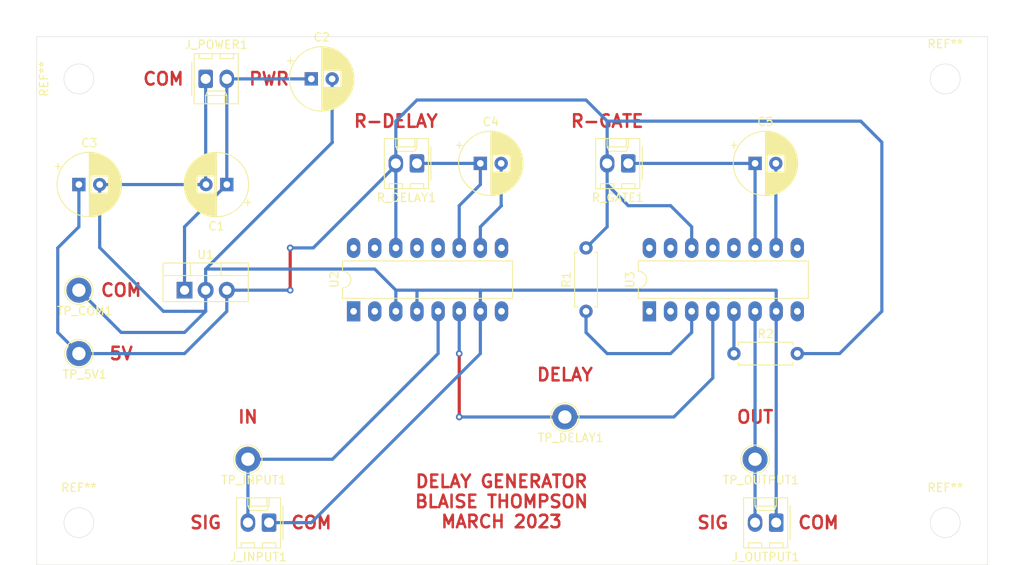
<source format=kicad_pcb>
(kicad_pcb (version 20221018) (generator pcbnew)
  (title_block (title "Delay Generator") (date "2022-03-21") (rev "A") (company "UW-Madison") (comment 1 "Department of Chemistry") (comment 2 "Instrument Shop") (comment 3 "Blaise Thompson") (comment 4 "blaise.thompson@wisc.edu"))
  (layers (0 "F.Cu" signal) (31 "B.Cu" signal) (34 "B.Paste" user) (35 "F.Paste" user) (36 "B.SilkS" user "B.Silkscreen") (37 "F.SilkS" user "F.Silkscreen") (38 "B.Mask" user) (39 "F.Mask" user) (44 "Edge.Cuts" user))
  (net 0 "")
  (net 1 "Net-(C1-Pad1)")
  (net 2 "GND")
  (net 3 "+5V")
  (net 4 "Net-(C4-Pad1)")
  (net 5 "Net-(C4-Pad2)")
  (net 6 "Net-(C5-Pad2)")
  (net 7 "Net-(C5-Pad1)")
  (net 8 "Net-(R1-Pad1)")
  (net 9 "Net-(R2-Pad1)")
  (net 10 "Net-(U2-Pad1)")
  (net 11 "Net-(U2-Pad9)")
  (net 12 "Net-(U3-Pad9)")
  (net 13 "Net-(U3-Pad1)")
  (net 14 "Net-(J_INPUT1-Pad2)")
  (net 15 "Net-(J_OUTPUT1-Pad2)")
  (net 16 "Net-(TP_DELAY1-Pad1)")
  (footprint "Capacitor_THT:CP_Radial_D7.5mm_P2.50mm" (layer "F.Cu") (at 86.36 58.42 180)
    (fp_text reference "C1" (at 1.25 -5 180) (layer "F.SilkS"))
    (fp_text value "100uF")
    (pad "1" thru_hole rect (at 0 0 180) (size 1.6 1.6) (drill 0.8) (layers "*.Cu" "*.Mask") (net 1 "Net-(C1-Pad1)"))
    (pad "2" thru_hole circle (at 2.5 0 180) (size 1.6 1.6) (drill 0.8) (layers "*.Cu" "*.Mask") (net 2 "GND"))
  )
  (footprint "Capacitor_THT:CP_Radial_D7.5mm_P2.50mm" (layer "F.Cu") (at 96.52 45.72)
    (fp_text reference "C2" (at 1.25 -5) (layer "F.SilkS"))
    (fp_text value "330nF")
    (pad "1" thru_hole rect (at 0 0) (size 1.6 1.6) (drill 0.8) (layers "*.Cu" "*.Mask") (net 1 "Net-(C1-Pad1)"))
    (pad "2" thru_hole circle (at 2.5 0) (size 1.6 1.6) (drill 0.8) (layers "*.Cu" "*.Mask") (net 2 "GND"))
  )
  (footprint "Capacitor_THT:CP_Radial_D7.5mm_P2.50mm" (layer "F.Cu") (at 68.58 58.42)
    (fp_text reference "C3" (at 1.25 -5) (layer "F.SilkS"))
    (fp_text value "100nF")
    (pad "1" thru_hole rect (at 0 0) (size 1.6 1.6) (drill 0.8) (layers "*.Cu" "*.Mask") (net 3 "+5V"))
    (pad "2" thru_hole circle (at 2.5 0) (size 1.6 1.6) (drill 0.8) (layers "*.Cu" "*.Mask") (net 2 "GND"))
  )
  (footprint "Capacitor_THT:CP_Radial_D7.5mm_P2.50mm" (layer "F.Cu") (at 116.84 55.88)
    (fp_text reference "C4" (at 1.25 -5) (layer "F.SilkS"))
    (fp_text value "1uF")
    (pad "1" thru_hole rect (at 0 0) (size 1.6 1.6) (drill 0.8) (layers "*.Cu" "*.Mask") (net 4 "Net-(C4-Pad1)"))
    (pad "2" thru_hole circle (at 2.5 0) (size 1.6 1.6) (drill 0.8) (layers "*.Cu" "*.Mask") (net 5 "Net-(C4-Pad2)"))
  )
  (footprint "Connector_Molex:Molex_KK-254_AE-6410-02A_1x02_P2.54mm_Vertical" (layer "F.Cu") (at 83.82 45.72)
    (fp_text reference "J_POWER1" (at 1.27 -4.12) (layer "F.SilkS"))
    (fp_text value "Conn_01x02")
    (pad "1" thru_hole roundrect (at 0 0) (size 1.74 2.2) (drill 1.2) (layers "*.Cu" "*.Mask") (roundrect_rratio 0.1436781609) (net 2 "GND"))
    (pad "2" thru_hole oval (at 2.54 0) (size 1.74 2.2) (drill 1.2) (layers "*.Cu" "*.Mask") (net 1 "Net-(C1-Pad1)"))
  )
  (footprint "Connector_Molex:Molex_KK-254_AE-6410-02A_1x02_P2.54mm_Vertical" (layer "F.Cu") (at 91.44 99.06 180)
    (fp_text reference "J_INPUT1" (at 1.27 -4.12 180) (layer "F.SilkS"))
    (fp_text value "Conn_01x02")
    (pad "1" thru_hole roundrect (at 0 0 180) (size 1.74 2.2) (drill 1.2) (layers "*.Cu" "*.Mask") (roundrect_rratio 0.1436781609) (net 2 "GND"))
    (pad "2" thru_hole oval (at 2.54 0 180) (size 1.74 2.2) (drill 1.2) (layers "*.Cu" "*.Mask") (net 14 "Net-(J_INPUT1-Pad2)"))
  )
  (footprint "Package_TO_SOT_THT:TO-220-3_Vertical" (layer "F.Cu") (at 81.28 71.12)
    (fp_text reference "U1" (at 2.54 -4.27) (layer "F.SilkS"))
    (fp_text value "L7805")
    (pad "1" thru_hole rect (at 0 0) (size 1.905 2) (drill 1.1) (layers "*.Cu" "*.Mask") (net 1 "Net-(C1-Pad1)"))
    (pad "2" thru_hole oval (at 2.54 0) (size 1.905 2) (drill 1.1) (layers "*.Cu" "*.Mask") (net 2 "GND"))
    (pad "3" thru_hole oval (at 5.08 0) (size 1.905 2) (drill 1.1) (layers "*.Cu" "*.Mask") (net 3 "+5V"))
  )
  (footprint "MountingHole:MountingHole_3.2mm_M3" (layer "F.Cu") (at 68.58 45.72 90)
    (fp_text reference "REF**" (at 0 -4.2 90) (layer "F.SilkS"))
    (fp_text value "MountingHole_3.2mm_M3")
    (pad "" np_thru_hole circle (at 0 0 90) (size 3.2 3.2) (drill 3.2) (layers "*.Cu" "*.Mask"))
  )
  (footprint "MountingHole:MountingHole_3.2mm_M3" (layer "F.Cu") (at 68.58 99.06)
    (fp_text reference "REF**" (at 0 -4.2) (layer "F.SilkS"))
    (fp_text value "MountingHole_3.2mm_M3")
    (pad "" np_thru_hole circle (at 0 0) (size 3.2 3.2) (drill 3.2) (layers "*.Cu" "*.Mask"))
  )
  (footprint "MountingHole:MountingHole_3.2mm_M3" (layer "F.Cu") (at 172.72 99.06)
    (fp_text reference "REF**" (at 0 -4.2) (layer "F.SilkS"))
    (fp_text value "MountingHole_3.2mm_M3")
    (pad "" np_thru_hole circle (at 0 0) (size 3.2 3.2) (drill 3.2) (layers "*.Cu" "*.Mask"))
  )
  (footprint "MountingHole:MountingHole_3.2mm_M3" (layer "F.Cu") (at 172.72 45.72)
    (fp_text reference "REF**" (at 0 -4.2) (layer "F.SilkS"))
    (fp_text value "MountingHole_3.2mm_M3")
    (pad "" np_thru_hole circle (at 0 0) (size 3.2 3.2) (drill 3.2) (layers "*.Cu" "*.Mask"))
  )
  (footprint "Connector_Molex:Molex_KK-254_AE-6410-02A_1x02_P2.54mm_Vertical" (layer "F.Cu") (at 152.4 99.06 180)
    (fp_text reference "J_OUTPUT1" (at 1.27 -4.12 180) (layer "F.SilkS"))
    (fp_text value "Conn_01x0")
    (pad "1" thru_hole roundrect (at 0 0 180) (size 1.74 2.2) (drill 1.2) (layers "*.Cu" "*.Mask") (roundrect_rratio 0.1436781609) (net 2 "GND"))
    (pad "2" thru_hole oval (at 2.54 0 180) (size 1.74 2.2) (drill 1.2) (layers "*.Cu" "*.Mask") (net 15 "Net-(J_OUTPUT1-Pad2)"))
  )
  (footprint "TestPoint:TestPoint_Loop_D2.60mm_Drill1.6mm_Beaded" (layer "F.Cu") (at 68.58 78.74)
    (fp_text reference "TP_5V1" (at 0.7 2.5) (layer "F.SilkS"))
    (fp_text value "TestPoint")
    (pad "1" thru_hole circle (at 0 0) (size 3 3) (drill 1.6) (layers "*.Cu" "*.Mask") (net 3 "+5V"))
  )
  (footprint "TestPoint:TestPoint_Loop_D2.60mm_Drill1.6mm_Beaded" (layer "F.Cu") (at 68.58 71.12)
    (fp_text reference "TP_COM1" (at 0.7 2.5) (layer "F.SilkS"))
    (fp_text value "TestPoint")
    (pad "1" thru_hole circle (at 0 0) (size 3 3) (drill 1.6) (layers "*.Cu" "*.Mask") (net 2 "GND"))
  )
  (footprint "TestPoint:TestPoint_Loop_D2.60mm_Drill1.6mm_Beaded" (layer "F.Cu") (at 127 86.36)
    (fp_text reference "TP_DELAY1" (at 0.7 2.5) (layer "F.SilkS"))
    (fp_text value "TestPoint")
    (pad "1" thru_hole circle (at 0 0) (size 3 3) (drill 1.6) (layers "*.Cu" "*.Mask") (net 16 "Net-(TP_DELAY1-Pad1)"))
  )
  (footprint "TestPoint:TestPoint_Loop_D2.60mm_Drill1.6mm_Beaded" (layer "F.Cu") (at 88.9 91.44)
    (fp_text reference "TP_INPUT1" (at 0.7 2.5) (layer "F.SilkS"))
    (fp_text value "TestPoint")
    (pad "1" thru_hole circle (at 0 0) (size 3 3) (drill 1.6) (layers "*.Cu" "*.Mask") (net 14 "Net-(J_INPUT1-Pad2)"))
  )
  (footprint "TestPoint:TestPoint_Loop_D2.60mm_Drill1.6mm_Beaded" (layer "F.Cu") (at 149.86 91.44)
    (fp_text reference "TP_OUTPUT1" (at 0.7 2.5) (layer "F.SilkS"))
    (fp_text value "TestPoint")
    (pad "1" thru_hole circle (at 0 0) (size 3 3) (drill 1.6) (layers "*.Cu" "*.Mask") (net 15 "Net-(J_OUTPUT1-Pad2)"))
  )
  (footprint "Package_DIP:DIP-16_W7.62mm_LongPads" (layer "F.Cu") (at 101.6 73.66 90)
    (fp_text reference "U2" (at 3.81 -2.33 90) (layer "F.SilkS"))
    (fp_text value "74LS121")
    (pad "1" thru_hole rect (at 0 0 90) (size 2.4 1.6) (drill 0.8) (layers "*.Cu" "*.Mask") (net 10 "Net-(U2-Pad1)"))
    (pad "2" thru_hole oval (at 0 2.54 90) (size 2.4 1.6) (drill 0.8) (layers "*.Cu" "*.Mask"))
    (pad "3" thru_hole oval (at 0 5.08 90) (size 2.4 1.6) (drill 0.8) (layers "*.Cu" "*.Mask") (net 2 "GND"))
    (pad "4" thru_hole oval (at 0 7.62 90) (size 2.4 1.6) (drill 0.8) (layers "*.Cu" "*.Mask") (net 2 "GND"))
    (pad "5" thru_hole oval (at 0 10.16 90) (size 2.4 1.6) (drill 0.8) (layers "*.Cu" "*.Mask") (net 14 "Net-(J_INPUT1-Pad2)"))
    (pad "6" thru_hole oval (at 0 12.7 90) (size 2.4 1.6) (drill 0.8) (layers "*.Cu" "*.Mask") (net 16 "Net-(TP_DELAY1-Pad1)"))
    (pad "7" thru_hole oval (at 0 15.24 90) (size 2.4 1.6) (drill 0.8) (layers "*.Cu" "*.Mask") (net 2 "GND"))
    (pad "8" thru_hole oval (at 0 17.78 90) (size 2.4 1.6) (drill 0.8) (layers "*.Cu" "*.Mask"))
    (pad "9" thru_hole oval (at 7.62 17.78 90) (size 2.4 1.6) (drill 0.8) (layers "*.Cu" "*.Mask") (net 11 "Net-(U2-Pad9)"))
    (pad "10" thru_hole oval (at 7.62 15.24 90) (size 2.4 1.6) (drill 0.8) (layers "*.Cu" "*.Mask") (net 5 "Net-(C4-Pad2)"))
    (pad "11" thru_hole oval (at 7.62 12.7 90) (size 2.4 1.6) (drill 0.8) (layers "*.Cu" "*.Mask") (net 4 "Net-(C4-Pad1)"))
    (pad "12" thru_hole oval (at 7.62 10.16 90) (size 2.4 1.6) (drill 0.8) (layers "*.Cu" "*.Mask"))
    (pad "13" thru_hole oval (at 7.62 7.62 90) (size 2.4 1.6) (drill 0.8) (layers "*.Cu" "*.Mask"))
    (pad "14" thru_hole oval (at 7.62 5.08 90) (size 2.4 1.6) (drill 0.8) (layers "*.Cu" "*.Mask") (net 3 "+5V"))
    (pad "15" thru_hole oval (at 7.62 2.54 90) (size 2.4 1.6) (drill 0.8) (layers "*.Cu" "*.Mask"))
    (pad "16" thru_hole oval (at 7.62 0 90) (size 2.4 1.6) (drill 0.8) (layers "*.Cu" "*.Mask"))
  )
  (footprint "Connector_Molex:Molex_KK-254_AE-6410-02A_1x02_P2.54mm_Vertical" (layer "F.Cu") (at 109.22 55.88 180)
    (fp_text reference "R_DELAY1" (at 1.27 -4.12 180) (layer "F.SilkS"))
    (fp_text value "10k")
    (pad "1" thru_hole roundrect (at 0 0 180) (size 1.74 2.2) (drill 1.2) (layers "*.Cu" "*.Mask") (roundrect_rratio 0.1436781609) (net 4 "Net-(C4-Pad1)"))
    (pad "2" thru_hole oval (at 2.54 0 180) (size 1.74 2.2) (drill 1.2) (layers "*.Cu" "*.Mask") (net 3 "+5V"))
  )
  (footprint "Connector_Molex:Molex_KK-254_AE-6410-02A_1x02_P2.54mm_Vertical" (layer "F.Cu") (at 134.62 55.88 180)
    (fp_text reference "R_GATE1" (at 1.27 -4.12 180) (layer "F.SilkS"))
    (fp_text value "10")
    (pad "1" thru_hole roundrect (at 0 0 180) (size 1.74 2.2) (drill 1.2) (layers "*.Cu" "*.Mask") (roundrect_rratio 0.1436781609) (net 7 "Net-(C5-Pad1)"))
    (pad "2" thru_hole oval (at 2.54 0 180) (size 1.74 2.2) (drill 1.2) (layers "*.Cu" "*.Mask") (net 3 "+5V"))
  )
  (footprint "Resistor_THT:R_Axial_DIN0207_L6.3mm_D2.5mm_P7.62mm_Horizontal" (layer "F.Cu") (at 129.54 73.66 90)
    (fp_text reference "R1" (at 3.81 -2.37 90) (layer "F.SilkS"))
    (fp_text value "1k")
    (pad "1" thru_hole circle (at 0 0 90) (size 1.6 1.6) (drill 0.8) (layers "*.Cu" "*.Mask") (net 8 "Net-(R1-Pad1)"))
    (pad "2" thru_hole oval (at 7.62 0 90) (size 1.6 1.6) (drill 0.8) (layers "*.Cu" "*.Mask") (net 3 "+5V"))
  )
  (footprint "Package_DIP:DIP-16_W7.62mm_LongPads" (layer "F.Cu") (at 137.16 73.66 90)
    (fp_text reference "U3" (at 3.81 -2.33 90) (layer "F.SilkS"))
    (fp_text value "74LS121")
    (pad "1" thru_hole rect (at 0 0 90) (size 2.4 1.6) (drill 0.8) (layers "*.Cu" "*.Mask") (net 13 "Net-(U3-Pad1)"))
    (pad "2" thru_hole oval (at 0 2.54 90) (size 2.4 1.6) (drill 0.8) (layers "*.Cu" "*.Mask"))
    (pad "3" thru_hole oval (at 0 5.08 90) (size 2.4 1.6) (drill 0.8) (layers "*.Cu" "*.Mask") (net 8 "Net-(R1-Pad1)"))
    (pad "4" thru_hole oval (at 0 7.62 90) (size 2.4 1.6) (drill 0.8) (layers "*.Cu" "*.Mask") (net 16 "Net-(TP_DELAY1-Pad1)"))
    (pad "5" thru_hole oval (at 0 10.16 90) (size 2.4 1.6) (drill 0.8) (layers "*.Cu" "*.Mask") (net 9 "Net-(R2-Pad1)"))
    (pad "6" thru_hole oval (at 0 12.7 90) (size 2.4 1.6) (drill 0.8) (layers "*.Cu" "*.Mask") (net 15 "Net-(J_OUTPUT1-Pad2)"))
    (pad "7" thru_hole oval (at 0 15.24 90) (size 2.4 1.6) (drill 0.8) (layers "*.Cu" "*.Mask") (net 2 "GND"))
    (pad "8" thru_hole oval (at 0 17.78 90) (size 2.4 1.6) (drill 0.8) (layers "*.Cu" "*.Mask"))
    (pad "9" thru_hole oval (at 7.62 17.78 90) (size 2.4 1.6) (drill 0.8) (layers "*.Cu" "*.Mask") (net 12 "Net-(U3-Pad9)"))
    (pad "10" thru_hole oval (at 7.62 15.24 90) (size 2.4 1.6) (drill 0.8) (layers "*.Cu" "*.Mask") (net 6 "Net-(C5-Pad2)"))
    (pad "11" thru_hole oval (at 7.62 12.7 90) (size 2.4 1.6) (drill 0.8) (layers "*.Cu" "*.Mask") (net 7 "Net-(C5-Pad1)"))
    (pad "12" thru_hole oval (at 7.62 10.16 90) (size 2.4 1.6) (drill 0.8) (layers "*.Cu" "*.Mask"))
    (pad "13" thru_hole oval (at 7.62 7.62 90) (size 2.4 1.6) (drill 0.8) (layers "*.Cu" "*.Mask"))
    (pad "14" thru_hole oval (at 7.62 5.08 90) (size 2.4 1.6) (drill 0.8) (layers "*.Cu" "*.Mask") (net 3 "+5V"))
    (pad "15" thru_hole oval (at 7.62 2.54 90) (size 2.4 1.6) (drill 0.8) (layers "*.Cu" "*.Mask"))
    (pad "16" thru_hole oval (at 7.62 0 90) (size 2.4 1.6) (drill 0.8) (layers "*.Cu" "*.Mask"))
  )
  (footprint "Resistor_THT:R_Axial_DIN0207_L6.3mm_D2.5mm_P7.62mm_Horizontal" (layer "F.Cu") (at 147.32 78.74)
    (fp_text reference "R2" (at 3.81 -2.37) (layer "F.SilkS"))
    (fp_text value "1k")
    (pad "1" thru_hole circle (at 0 0) (size 1.6 1.6) (drill 0.8) (layers "*.Cu" "*.Mask") (net 9 "Net-(R2-Pad1)"))
    (pad "2" thru_hole oval (at 7.62 0) (size 1.6 1.6) (drill 0.8) (layers "*.Cu" "*.Mask") (net 3 "+5V"))
  )
  (footprint "Capacitor_THT:CP_Radial_D7.5mm_P2.50mm" (layer "F.Cu") (at 149.86 55.88)
    (fp_text reference "C5" (at 1.25 -5) (layer "F.SilkS"))
    (fp_text value "100nF")
    (pad "1" thru_hole rect (at 0 0) (size 1.6 1.6) (drill 0.8) (layers "*.Cu" "*.Mask") (net 7 "Net-(C5-Pad1)"))
    (pad "2" thru_hole circle (at 2.5 0) (size 1.6 1.6) (drill 0.8) (layers "*.Cu" "*.Mask") (net 6 "Net-(C5-Pad2)"))
  )
  (gr_line (start 177.8 40.64) (end 63.5 40.64) (stroke (width 0.05)) (layer "Edge.Cuts"))
  (gr_circle (center 172.72 45.72) (end 173.99 46.99) (stroke (width 0.05)) (fill none) (layer "Edge.Cuts"))
  (gr_circle (center 68.58 45.72) (end 69.85 46.99) (stroke (width 0.05)) (fill none) (layer "Edge.Cuts"))
  (gr_line (start 63.5 104.14) (end 177.8 104.14) (stroke (width 0.05)) (layer "Edge.Cuts"))
  (gr_line (start 177.8 104.14) (end 177.8 40.64) (stroke (width 0.05)) (layer "Edge.Cuts"))
  (gr_line (start 63.5 40.64) (end 63.5 104.14) (stroke (width 0.05)) (layer "Edge.Cuts"))
  (gr_circle (center 68.58 99.06) (end 69.85 97.79) (stroke (width 0.05)) (fill none) (layer "Edge.Cuts"))
  (gr_circle (center 172.72 99.06) (end 173.99 97.79) (stroke (width 0.05)) (fill none) (layer "Edge.Cuts"))
  (gr_text "PWR" (at 91.44 45.72) (layer "F.Cu") (effects (font (size 1.5 1.5) (thickness 0.3))))
  (gr_text "R-GATE" (at 132.08 50.8) (layer "F.Cu") (effects (font (size 1.5 1.5) (thickness 0.3))))
  (gr_text "SIG" (at 144.78 99.06) (layer "F.Cu") (effects (font (size 1.5 1.5) (thickness 0.3))))
  (gr_text "R-DELAY" (at 106.68 50.8) (layer "F.Cu") (effects (font (size 1.5 1.5) (thickness 0.3))))
  (gr_text "COM" (at 157.48 99.06) (layer "F.Cu") (effects (font (size 1.5 1.5) (thickness 0.3))))
  (gr_text "DELAY" (at 127 81.28) (layer "F.Cu") (effects (font (size 1.5 1.5) (thickness 0.3))))
  (gr_text "COM" (at 78.74 45.72) (layer "F.Cu") (effects (font (size 1.5 1.5) (thickness 0.3))))
  (gr_text "5V" (at 73.66 78.74) (layer "F.Cu") (effects (font (size 1.5 1.5) (thickness 0.3))))
  (gr_text "SIG" (at 83.82 99.06) (layer "F.Cu") (effects (font (size 1.5 1.5) (thickness 0.3))))
  (gr_text "IN" (at 88.9 86.36) (layer "F.Cu") (effects (font (size 1.5 1.5) (thickness 0.3))))
  (gr_text "DELAY GENERATOR\nBLAISE THOMPSON\nMARCH 2023" (at 119.38 96.52) (layer "F.Cu") (effects (font (size 1.5 1.5) (thickness 0.3))))
  (gr_text "COM" (at 96.52 99.06) (layer "F.Cu") (effects (font (size 1.5 1.5) (thickness 0.3))))
  (gr_text "COM" (at 73.66 71.12) (layer "F.Cu") (effects (font (size 1.5 1.5) (thickness 0.3))))
  (gr_text "OUT" (at 149.86 86.36) (layer "F.Cu") (effects (font (size 1.5 1.5) (thickness 0.3))))
  (segment (start 86.36 58.42) (end 86.36 45.72) (width 0.381) (layer "B.Cu") (net 1))
  (segment (start 83.82 60.96) (end 86.36 58.42) (width 0.381) (layer "B.Cu") (net 1))
  (segment (start 86.36 45.72) (end 96.52 45.72) (width 0.381) (layer "B.Cu") (net 1))
  (segment (start 81.28 63.5) (end 83.82 60.96) (width 0.381) (layer "B.Cu") (net 1))
  (segment (start 81.28 71.12) (end 81.28 63.5) (width 0.381) (layer "B.Cu") (net 1))
  (segment (start 116.84 71.12) (end 116.84 73.66) (width 0.381) (layer "B.Cu") (net 2))
  (segment (start 96.52 99.06) (end 116.84 78.74) (width 0.381) (layer "B.Cu") (net 2))
  (segment (start 116.84 78.74) (end 116.84 73.66) (width 0.381) (layer "B.Cu") (net 2))
  (segment (start 152.4 73.66) (end 152.4 74.06) (width 0.381) (layer "B.Cu") (net 2))
  (segment (start 104.14 68.58) (end 106.68 71.12) (width 0.381) (layer "B.Cu") (net 2))
  (segment (start 73.66 76.2) (end 81.28 76.2) (width 0.381) (layer "B.Cu") (net 2))
  (segment (start 152.4 71.12) (end 152.4 73.66) (width 0.381) (layer "B.Cu") (net 2))
  (segment (start 109.22 73.66) (end 109.22 71.12) (width 0.381) (layer "B.Cu") (net 2))
  (segment (start 91.44 99.06) (end 96.52 99.06) (width 0.381) (layer "B.Cu") (net 2))
  (segment (start 83.82 68.58) (end 104.14 68.58) (width 0.381) (layer "B.Cu") (net 2))
  (segment (start 71.08 66) (end 78.74 73.66) (width 0.381) (layer "B.Cu") (net 2))
  (segment (start 99.02 53.3) (end 99.02 45.72) (width 0.381) (layer "B.Cu") (net 2))
  (segment (start 83.82 58.38) (end 83.86 58.42) (width 0.381) (layer "B.Cu") (net 2))
  (segment (start 83.82 68.58) (end 99.06 53.34) (width 0.381) (layer "B.Cu") (net 2))
  (segment (start 81.3275 73.66) (end 83.82 73.66) (width 0.381) (layer "B.Cu") (net 2))
  (segment (start 81.28 76.2) (end 83.82 73.66) (width 0.381) (layer "B.Cu") (net 2))
  (segment (start 83.82 71.12) (end 83.82 68.58) (width 0.381) (layer "B.Cu") (net 2))
  (segment (start 71.08 58.42) (end 71.08 66) (width 0.381) (layer "B.Cu") (net 2))
  (segment (start 106.68 71.12) (end 116.84 71.12) (width 0.381) (layer "B.Cu") (net 2))
  (segment (start 83.82 73.66) (end 83.82 71.12) (width 0.381) (layer "B.Cu") (net 2))
  (segment (start 83.82 45.72) (end 83.82 58.38) (width 0.381) (layer "B.Cu") (net 2))
  (segment (start 116.84 71.12) (end 152.4 71.12) (width 0.381) (layer "B.Cu") (net 2))
  (segment (start 78.74 73.66) (end 81.3275 73.66) (width 0.381) (layer "B.Cu") (net 2))
  (segment (start 68.58 71.12) (end 73.66 76.2) (width 0.381) (layer "B.Cu") (net 2))
  (segment (start 106.68 73.66) (end 106.68 71.12) (width 0.381) (layer "B.Cu") (net 2))
  (segment (start 152.4 74.06) (end 152.4 99.06) (width 0.381) (layer "B.Cu") (net 2))
  (segment (start 99.06 53.34) (end 99.02 53.3) (width 0.381) (layer "B.Cu") (net 2))
  (segment (start 83.86 58.42) (end 71.08 58.42) (width 0.381) (layer "B.Cu") (net 2))
  (segment (start 93.98 71.12) (end 93.98 66.04) (width 0.381) (layer "F.Cu") (net 3))
  (via (at 93.98 71.12) (size 0.8) (drill 0.4) (layers "F.Cu" "B.Cu") (net 3))
  (via (at 93.98 66.04) (size 0.8) (drill 0.4) (layers "F.Cu" "B.Cu") (net 3))
  (segment (start 86.36 73.66) (end 81.28 78.74) (width 0.381) (layer "B.Cu") (net 3))
  (segment (start 86.36 71.12) (end 93.98 71.12) (width 0.381) (layer "B.Cu") (net 3))
  (segment (start 106.68 55.88) (end 106.68 50.8) (width 0.381) (layer "B.Cu") (net 3))
  (segment (start 66.04 66.04) (end 66.04 76.2) (width 0.381) (layer "B.Cu") (net 3))
  (segment (start 134.62 60.96) (end 139.7 60.96) (width 0.381) (layer "B.Cu") (net 3))
  (segment (start 162.56 50.8) (end 165.1 53.34) (width 0.381) (layer "B.Cu") (net 3))
  (segment (start 96.75 66.04) (end 106.68 56.11) (width 0.381) (layer "B.Cu") (net 3))
  (segment (start 132.08 58.42) (end 134.62 60.96) (width 0.381) (layer "B.Cu") (net 3))
  (segment (start 81.28 78.74) (end 68.58 78.74) (width 0.381) (layer "B.Cu") (net 3))
  (segment (start 165.1 53.34) (end 165.1 73.66) (width 0.381) (layer "B.Cu") (net 3))
  (segment (start 68.58 58.42) (end 68.58 63.5) (width 0.381) (layer "B.Cu") (net 3))
  (segment (start 66.04 76.2) (end 68.58 78.74) (width 0.381) (layer "B.Cu") (net 3))
  (segment (start 154.94 78.74) (end 160.02 78.74) (width 0.381) (layer "B.Cu") (net 3))
  (segment (start 142.24 63.5) (end 142.24 66.04) (width 0.381) (layer "B.Cu") (net 3))
  (segment (start 139.7 60.96) (end 142.24 63.5) (width 0.381) (layer "B.Cu") (net 3))
  (segment (start 106.68 66.04) (end 106.68 55.88) (width 0.381) (layer "B.Cu") (net 3))
  (segment (start 132.08 50.8) (end 162.56 50.8) (width 0.381) (layer "B.Cu") (net 3))
  (segment (start 160.02 78.74) (end 165.1 73.66) (width 0.381) (layer "B.Cu") (net 3))
  (segment (start 132.08 58.42) (end 132.08 63.5) (width 0.381) (layer "B.Cu") (net 3))
  (segment (start 106.68 50.8) (end 109.22 48.26) (width 0.381) (layer "B.Cu") (net 3))
  (segment (start 86.36 71.12) (end 86.36 73.66) (width 0.381) (layer "B.Cu") (net 3))
  (segment (start 132.08 50.8) (end 132.08 58.42) (width 0.381) (layer "B.Cu") (net 3))
  (segment (start 93.98 66.04) (end 96.75 66.04) (width 0.381) (layer "B.Cu") (net 3))
  (segment (start 132.08 63.5) (end 129.54 66.04) (width 0.381) (layer "B.Cu") (net 3))
  (segment (start 68.58 63.5) (end 66.04 66.04) (width 0.381) (layer "B.Cu") (net 3))
  (segment (start 109.22 48.26) (end 129.54 48.26) (width 0.381) (layer "B.Cu") (net 3))
  (segment (start 129.54 48.26) (end 132.08 50.8) (width 0.381) (layer "B.Cu") (net 3))
  (segment (start 116.84 58.42) (end 114.3 60.96) (width 0.381) (layer "B.Cu") (net 4))
  (segment (start 114.3 60.96) (end 114.3 66.04) (width 0.381) (layer "B.Cu") (net 4))
  (segment (start 116.84 55.88) (end 116.84 58.42) (width 0.381) (layer "B.Cu") (net 4))
  (segment (start 109.22 55.88) (end 116.84 55.88) (width 0.381) (layer "B.Cu") (net 4))
  (segment (start 119.34 60.92) (end 119.34 57.01137) (width 0.381) (layer "B.Cu") (net 5))
  (segment (start 119.34 57.01137) (end 119.34 55.88) (width 0.381) (layer "B.Cu") (net 5))
  (segment (start 116.84 63.5) (end 119.38 60.96) (width 0.381) (layer "B.Cu") (net 5))
  (segment (start 119.38 60.96) (end 119.34 60.92) (width 0.381) (layer "B.Cu") (net 5))
  (segment (start 116.84 66.04) (end 116.84 63.5) (width 0.381) (layer "B.Cu") (net 5))
  (segment (start 152.36 55.88) (end 152.36 66) (width 0.381) (layer "B.Cu") (net 6))
  (segment (start 152.36 66) (end 152.4 66.04) (width 0.381) (layer "B.Cu") (net 6))
  (segment (start 149.86 66.04) (end 149.86 55.88) (width 0.381) (layer "B.Cu") (net 7))
  (segment (start 149.86 55.88) (end 134.62 55.88) (width 0.381) (layer "B.Cu") (net 7))
  (segment (start 132.08 78.74) (end 139.7 78.74) (width 0.381) (layer "B.Cu") (net 8))
  (segment (start 142.24 76.2) (end 142.24 73.66) (width 0.381) (layer "B.Cu") (net 8))
  (segment (start 129.54 76.2) (end 132.08 78.74) (width 0.381) (layer "B.Cu") (net 8))
  (segment (start 139.7 78.74) (end 142.24 76.2) (width 0.381) (layer "B.Cu") (net 8))
  (segment (start 129.54 73.66) (end 129.54 76.2) (width 0.381) (layer "B.Cu") (net 8))
  (segment (start 147.32 73.66) (end 147.32 78.74) (width 0.381) (layer "B.Cu") (net 9))
  (segment (start 99.06 91.44) (end 88.9 91.44) (width 0.381) (layer "B.Cu") (net 14))
  (segment (start 111.76 78.74) (end 99.06 91.44) (width 0.381) (layer "B.Cu") (net 14))
  (segment (start 88.9 99.06) (end 88.9 91.44) (width 0.381) (layer "B.Cu") (net 14))
  (segment (start 111.76 73.66) (end 111.76 78.74) (width 0.381) (layer "B.Cu") (net 14))
  (segment (start 149.86 99.06) (end 149.86 91.44) (width 0.381) (layer "B.Cu") (net 15))
  (segment (start 149.86 91.44) (end 149.86 73.66) (width 0.381) (layer "B.Cu") (net 15))
  (segment (start 114.3 86.36) (end 114.3 78.74) (width 0.381) (layer "F.Cu") (net 16))
  (via (at 114.3 78.74) (size 0.8) (drill 0.4) (layers "F.Cu" "B.Cu") (net 16))
  (via (at 114.3 86.36) (size 0.8) (drill 0.4) (layers "F.Cu" "B.Cu") (net 16))
  (segment (start 144.78 81.68) (end 144.78 81.28) (width 0.381) (layer "B.Cu") (net 16))
  (segment (start 114.3 78.74) (end 114.3 73.66) (width 0.381) (layer "B.Cu") (net 16))
  (segment (start 127 86.36) (end 140.1 86.36) (width 0.381) (layer "B.Cu") (net 16))
  (segment (start 144.78 81.28) (end 144.78 73.66) (width 0.381) (layer "B.Cu") (net 16))
  (segment (start 127 86.36) (end 114.3 86.36) (width 0.381) (layer "B.Cu") (net 16))
  (segment (start 140.1 86.36) (end 144.78 81.68) (width 0.381) (layer "B.Cu") (net 16))
)
</source>
